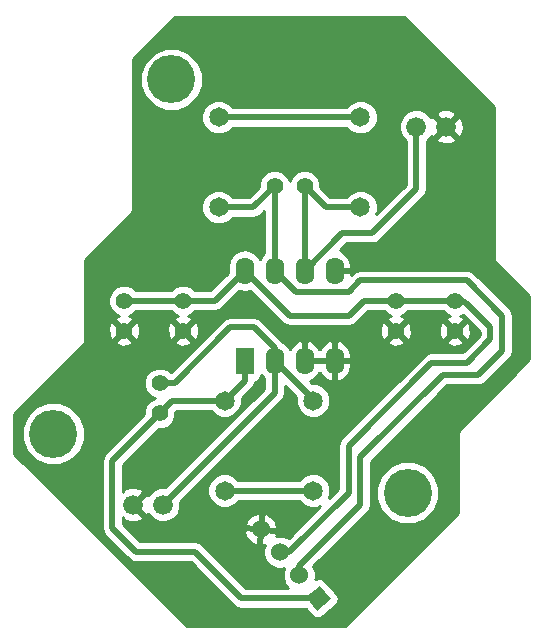
<source format=gtl>
G04 (created by PCBNEW (2013-07-07 BZR 4022)-stable) date 08/01/2014 16:20:29*
%MOIN*%
G04 Gerber Fmt 3.4, Leading zero omitted, Abs format*
%FSLAX34Y34*%
G01*
G70*
G90*
G04 APERTURE LIST*
%ADD10C,0.00393701*%
%ADD11C,0.065*%
%ADD12C,0.06*%
%ADD13C,0.066*%
%ADD14R,0.062X0.09*%
%ADD15O,0.062X0.09*%
%ADD16C,0.055*%
%ADD17C,0.16*%
%ADD18C,0.019685*%
%ADD19C,0.01*%
G04 APERTURE END LIST*
G54D10*
G54D11*
X101181Y-45200D03*
X101181Y-42200D03*
X102755Y-32751D03*
X102755Y-35751D03*
X98031Y-35751D03*
X98031Y-32751D03*
X98228Y-42200D03*
X98228Y-45200D03*
G54D10*
G36*
X101780Y-48823D02*
X101320Y-49209D01*
X100935Y-48749D01*
X101394Y-48364D01*
X101780Y-48823D01*
X101780Y-48823D01*
G37*
G54D12*
X100715Y-48020D03*
X100072Y-47254D03*
X99429Y-46488D03*
G54D13*
X105618Y-33070D03*
X104618Y-33070D03*
X95169Y-45669D03*
X96169Y-45669D03*
G54D14*
X98893Y-40870D03*
G54D15*
X99893Y-40870D03*
X100893Y-40870D03*
X101893Y-40870D03*
X101893Y-37870D03*
X100893Y-37870D03*
X99893Y-37870D03*
X98893Y-37870D03*
G54D16*
X94881Y-38870D03*
X94881Y-39870D03*
X105905Y-39870D03*
X105905Y-38870D03*
X96062Y-41625D03*
X96062Y-42625D03*
X99893Y-35039D03*
X100893Y-35039D03*
X96850Y-38870D03*
X96850Y-39870D03*
X103937Y-38870D03*
X103937Y-39870D03*
G54D17*
X96456Y-31496D03*
X92519Y-43307D03*
X104330Y-45275D03*
G54D18*
X105905Y-38870D02*
X106192Y-38870D01*
X100383Y-47254D02*
X102362Y-45275D01*
X102362Y-45275D02*
X102362Y-43700D01*
X102362Y-43700D02*
X105118Y-40944D01*
X105118Y-40944D02*
X106299Y-40944D01*
X106299Y-40944D02*
X107086Y-40157D01*
X107086Y-40157D02*
X107086Y-39763D01*
X107086Y-39763D02*
X106299Y-38976D01*
X100383Y-47254D02*
X100072Y-47254D01*
X106192Y-38870D02*
X106299Y-38976D01*
X94881Y-38870D02*
X96850Y-38870D01*
X97893Y-38870D02*
X98893Y-37870D01*
X96850Y-38870D02*
X97893Y-38870D01*
X103937Y-38870D02*
X102862Y-38870D01*
X100393Y-39370D02*
X98893Y-37870D01*
X102362Y-39370D02*
X100393Y-39370D01*
X102862Y-38870D02*
X102362Y-39370D01*
X105905Y-38870D02*
X103937Y-38870D01*
X96062Y-41625D02*
X96562Y-41625D01*
X96562Y-41625D02*
X98425Y-39763D01*
X98425Y-39763D02*
X99212Y-39763D01*
X99212Y-39763D02*
X99893Y-40444D01*
X99893Y-40444D02*
X99893Y-40870D01*
X101181Y-42200D02*
X101181Y-42157D01*
X101181Y-42157D02*
X99893Y-40870D01*
X99893Y-40870D02*
X99893Y-41944D01*
X99893Y-41944D02*
X96169Y-45669D01*
X104618Y-33070D02*
X104618Y-35145D01*
X102149Y-36614D02*
X100893Y-37870D01*
X103149Y-36614D02*
X102149Y-36614D01*
X104618Y-35145D02*
X103149Y-36614D01*
X100893Y-35039D02*
X100893Y-37870D01*
X102755Y-35751D02*
X101606Y-35751D01*
X101606Y-35751D02*
X100893Y-35039D01*
X101357Y-48786D02*
X98786Y-48786D01*
X94488Y-44200D02*
X96062Y-42625D01*
X94488Y-46456D02*
X94488Y-44200D01*
X95275Y-47244D02*
X94488Y-46456D01*
X97244Y-47244D02*
X95275Y-47244D01*
X98786Y-48786D02*
X97244Y-47244D01*
X98228Y-42200D02*
X96488Y-42200D01*
X96488Y-42200D02*
X96062Y-42625D01*
X98893Y-40870D02*
X98893Y-41535D01*
X98893Y-41535D02*
X98228Y-42200D01*
X99893Y-35039D02*
X99893Y-37870D01*
X98031Y-35751D02*
X99181Y-35751D01*
X99181Y-35751D02*
X99893Y-35039D01*
X100715Y-48020D02*
X100715Y-47710D01*
X100715Y-47710D02*
X102755Y-45669D01*
X102755Y-45669D02*
X102755Y-44094D01*
X102755Y-44094D02*
X105511Y-41338D01*
X105511Y-41338D02*
X106692Y-41338D01*
X106692Y-41338D02*
X107480Y-40551D01*
X107480Y-40551D02*
X107480Y-39370D01*
X107480Y-39370D02*
X106299Y-38188D01*
X106299Y-38188D02*
X102755Y-38188D01*
X102755Y-38188D02*
X102362Y-38582D01*
X102362Y-38582D02*
X100606Y-38582D01*
X100606Y-38582D02*
X99893Y-37870D01*
X98228Y-45200D02*
X101181Y-45200D01*
X102755Y-32751D02*
X98031Y-32751D01*
G54D10*
G36*
X108381Y-40829D02*
X107828Y-41382D01*
X107828Y-40551D01*
X107828Y-40551D01*
X107828Y-39370D01*
X107802Y-39236D01*
X107726Y-39123D01*
X107726Y-39123D01*
X106545Y-37942D01*
X106432Y-37867D01*
X106410Y-37862D01*
X106299Y-37840D01*
X106299Y-37840D01*
X106202Y-37840D01*
X106202Y-33159D01*
X106192Y-32929D01*
X106124Y-32764D01*
X106025Y-32733D01*
X105955Y-32804D01*
X105955Y-32663D01*
X105924Y-32564D01*
X105707Y-32486D01*
X105476Y-32496D01*
X105312Y-32564D01*
X105281Y-32663D01*
X105618Y-33000D01*
X105955Y-32663D01*
X105955Y-32804D01*
X105688Y-33070D01*
X106025Y-33407D01*
X106124Y-33376D01*
X106202Y-33159D01*
X106202Y-37840D01*
X105955Y-37840D01*
X105955Y-33478D01*
X105618Y-33141D01*
X105281Y-33478D01*
X105312Y-33576D01*
X105529Y-33655D01*
X105759Y-33645D01*
X105924Y-33576D01*
X105955Y-33478D01*
X105955Y-37840D01*
X102755Y-37840D01*
X102622Y-37867D01*
X102509Y-37942D01*
X102509Y-37942D01*
X102453Y-37998D01*
X102453Y-37920D01*
X101943Y-37920D01*
X101943Y-37927D01*
X101843Y-37927D01*
X101843Y-37920D01*
X101835Y-37920D01*
X101835Y-37820D01*
X101843Y-37820D01*
X101843Y-37812D01*
X101943Y-37812D01*
X101943Y-37820D01*
X102453Y-37820D01*
X102453Y-37680D01*
X102391Y-37469D01*
X102254Y-37298D01*
X102062Y-37193D01*
X102293Y-36962D01*
X103149Y-36962D01*
X103149Y-36962D01*
X103149Y-36962D01*
X103260Y-36940D01*
X103282Y-36936D01*
X103282Y-36936D01*
X103395Y-36860D01*
X104864Y-35392D01*
X104864Y-35392D01*
X104864Y-35392D01*
X104940Y-35279D01*
X104966Y-35145D01*
X104966Y-33542D01*
X105109Y-33399D01*
X105118Y-33378D01*
X105210Y-33407D01*
X105547Y-33070D01*
X105210Y-32733D01*
X105118Y-32762D01*
X105110Y-32742D01*
X104947Y-32579D01*
X104733Y-32490D01*
X104503Y-32490D01*
X104289Y-32578D01*
X104126Y-32741D01*
X104038Y-32954D01*
X104038Y-33185D01*
X104126Y-33398D01*
X104269Y-33542D01*
X104269Y-35001D01*
X103278Y-35992D01*
X103330Y-35866D01*
X103331Y-35638D01*
X103331Y-32638D01*
X103243Y-32426D01*
X103082Y-32264D01*
X102870Y-32177D01*
X102642Y-32176D01*
X102430Y-32264D01*
X102291Y-32403D01*
X98496Y-32403D01*
X98357Y-32264D01*
X98146Y-32177D01*
X97917Y-32176D01*
X97706Y-32264D01*
X97544Y-32425D01*
X97506Y-32516D01*
X97506Y-31288D01*
X97347Y-30902D01*
X97052Y-30606D01*
X96666Y-30446D01*
X96248Y-30445D01*
X95862Y-30605D01*
X95567Y-30900D01*
X95406Y-31286D01*
X95406Y-31704D01*
X95566Y-32090D01*
X95861Y-32385D01*
X96246Y-32545D01*
X96664Y-32546D01*
X97050Y-32386D01*
X97346Y-32091D01*
X97506Y-31705D01*
X97506Y-31288D01*
X97506Y-32516D01*
X97456Y-32637D01*
X97456Y-32865D01*
X97543Y-33077D01*
X97705Y-33239D01*
X97916Y-33326D01*
X98145Y-33327D01*
X98356Y-33239D01*
X98496Y-33100D01*
X102291Y-33100D01*
X102429Y-33239D01*
X102641Y-33326D01*
X102869Y-33327D01*
X103081Y-33239D01*
X103243Y-33078D01*
X103330Y-32866D01*
X103331Y-32638D01*
X103331Y-35638D01*
X103243Y-35426D01*
X103082Y-35264D01*
X102870Y-35177D01*
X102642Y-35176D01*
X102430Y-35264D01*
X102291Y-35403D01*
X101750Y-35403D01*
X101418Y-35071D01*
X101418Y-34935D01*
X101339Y-34742D01*
X101191Y-34594D01*
X100998Y-34514D01*
X100789Y-34514D01*
X100596Y-34594D01*
X100448Y-34741D01*
X100393Y-34874D01*
X100339Y-34742D01*
X100191Y-34594D01*
X99998Y-34514D01*
X99789Y-34514D01*
X99596Y-34594D01*
X99448Y-34741D01*
X99368Y-34934D01*
X99368Y-35071D01*
X99036Y-35403D01*
X98496Y-35403D01*
X98357Y-35264D01*
X98146Y-35177D01*
X97917Y-35176D01*
X97706Y-35264D01*
X97544Y-35425D01*
X97456Y-35637D01*
X97456Y-35865D01*
X97543Y-36077D01*
X97705Y-36239D01*
X97916Y-36326D01*
X98145Y-36327D01*
X98356Y-36239D01*
X98496Y-36100D01*
X99181Y-36100D01*
X99181Y-36100D01*
X99181Y-36100D01*
X99292Y-36078D01*
X99314Y-36073D01*
X99314Y-36073D01*
X99427Y-35998D01*
X99545Y-35880D01*
X99545Y-37288D01*
X99497Y-37320D01*
X99393Y-37476D01*
X99289Y-37320D01*
X99108Y-37198D01*
X98893Y-37156D01*
X98679Y-37198D01*
X98497Y-37320D01*
X98376Y-37502D01*
X98333Y-37716D01*
X98333Y-37937D01*
X97749Y-38521D01*
X97244Y-38521D01*
X97148Y-38425D01*
X96955Y-38345D01*
X96746Y-38344D01*
X96553Y-38424D01*
X96456Y-38521D01*
X95275Y-38521D01*
X95179Y-38425D01*
X94986Y-38345D01*
X94777Y-38344D01*
X94584Y-38424D01*
X94437Y-38572D01*
X94356Y-38765D01*
X94356Y-38974D01*
X94436Y-39167D01*
X94584Y-39314D01*
X94710Y-39367D01*
X94609Y-39409D01*
X94584Y-39502D01*
X94881Y-39799D01*
X95178Y-39502D01*
X95154Y-39409D01*
X95044Y-39370D01*
X95178Y-39315D01*
X95275Y-39218D01*
X96456Y-39218D01*
X96552Y-39314D01*
X96679Y-39367D01*
X96577Y-39409D01*
X96553Y-39502D01*
X96850Y-39799D01*
X97147Y-39502D01*
X97123Y-39409D01*
X97013Y-39370D01*
X97147Y-39315D01*
X97244Y-39218D01*
X97893Y-39218D01*
X97893Y-39218D01*
X97893Y-39218D01*
X98004Y-39196D01*
X98027Y-39191D01*
X98027Y-39191D01*
X98140Y-39116D01*
X98709Y-38547D01*
X98893Y-38583D01*
X99078Y-38547D01*
X100147Y-39616D01*
X100147Y-39616D01*
X100260Y-39691D01*
X100393Y-39718D01*
X102362Y-39718D01*
X102362Y-39718D01*
X102362Y-39718D01*
X102473Y-39696D01*
X102495Y-39691D01*
X102495Y-39691D01*
X102608Y-39616D01*
X103006Y-39218D01*
X103543Y-39218D01*
X103639Y-39314D01*
X103765Y-39367D01*
X103664Y-39409D01*
X103639Y-39502D01*
X103937Y-39799D01*
X104234Y-39502D01*
X104209Y-39409D01*
X104099Y-39370D01*
X104234Y-39315D01*
X104331Y-39218D01*
X105511Y-39218D01*
X105607Y-39314D01*
X105734Y-39367D01*
X105632Y-39409D01*
X105608Y-39502D01*
X105905Y-39799D01*
X106202Y-39502D01*
X106178Y-39409D01*
X106068Y-39370D01*
X106162Y-39332D01*
X106738Y-39908D01*
X106738Y-40013D01*
X106435Y-40315D01*
X106435Y-39945D01*
X106424Y-39737D01*
X106366Y-39597D01*
X106273Y-39572D01*
X105976Y-39870D01*
X106273Y-40167D01*
X106366Y-40142D01*
X106435Y-39945D01*
X106435Y-40315D01*
X106202Y-40548D01*
X106202Y-40237D01*
X105905Y-39940D01*
X105834Y-40011D01*
X105834Y-39870D01*
X105537Y-39572D01*
X105444Y-39597D01*
X105375Y-39794D01*
X105386Y-40002D01*
X105444Y-40142D01*
X105537Y-40167D01*
X105834Y-39870D01*
X105834Y-40011D01*
X105608Y-40237D01*
X105632Y-40330D01*
X105829Y-40399D01*
X106038Y-40388D01*
X106178Y-40330D01*
X106202Y-40237D01*
X106202Y-40548D01*
X106154Y-40596D01*
X105118Y-40596D01*
X105118Y-40596D01*
X104984Y-40622D01*
X104871Y-40698D01*
X104871Y-40698D01*
X104466Y-41103D01*
X104466Y-39945D01*
X104455Y-39737D01*
X104397Y-39597D01*
X104304Y-39572D01*
X104007Y-39870D01*
X104304Y-40167D01*
X104397Y-40142D01*
X104466Y-39945D01*
X104466Y-41103D01*
X104234Y-41336D01*
X104234Y-40237D01*
X103937Y-39940D01*
X103866Y-40011D01*
X103866Y-39870D01*
X103569Y-39572D01*
X103476Y-39597D01*
X103407Y-39794D01*
X103418Y-40002D01*
X103476Y-40142D01*
X103569Y-40167D01*
X103866Y-39870D01*
X103866Y-40011D01*
X103639Y-40237D01*
X103664Y-40330D01*
X103861Y-40399D01*
X104069Y-40388D01*
X104209Y-40330D01*
X104234Y-40237D01*
X104234Y-41336D01*
X102453Y-43116D01*
X102453Y-41060D01*
X102453Y-40920D01*
X102453Y-40820D01*
X102453Y-40680D01*
X102391Y-40469D01*
X102254Y-40298D01*
X102061Y-40193D01*
X102030Y-40187D01*
X101943Y-40235D01*
X101943Y-40820D01*
X102453Y-40820D01*
X102453Y-40920D01*
X101943Y-40920D01*
X101943Y-41505D01*
X102030Y-41553D01*
X102061Y-41546D01*
X102254Y-41441D01*
X102391Y-41270D01*
X102453Y-41060D01*
X102453Y-43116D01*
X102115Y-43454D01*
X102040Y-43567D01*
X102035Y-43589D01*
X102013Y-43700D01*
X102013Y-43700D01*
X102013Y-45131D01*
X101703Y-45441D01*
X101756Y-45315D01*
X101756Y-45086D01*
X101668Y-44875D01*
X101507Y-44713D01*
X101295Y-44625D01*
X101067Y-44625D01*
X100855Y-44713D01*
X100716Y-44852D01*
X98692Y-44852D01*
X98554Y-44713D01*
X98343Y-44625D01*
X98114Y-44625D01*
X97903Y-44713D01*
X97741Y-44874D01*
X97653Y-45085D01*
X97653Y-45314D01*
X97740Y-45526D01*
X97902Y-45687D01*
X98113Y-45775D01*
X98342Y-45775D01*
X98553Y-45688D01*
X98693Y-45549D01*
X100716Y-45549D01*
X100854Y-45687D01*
X101066Y-45775D01*
X101294Y-45775D01*
X101421Y-45723D01*
X100364Y-46780D01*
X100182Y-46704D01*
X99983Y-46704D01*
X99983Y-46399D01*
X99907Y-46194D01*
X99758Y-46034D01*
X99613Y-45958D01*
X99522Y-45999D01*
X99483Y-46443D01*
X99927Y-46482D01*
X99983Y-46399D01*
X99983Y-46704D01*
X99963Y-46704D01*
X99936Y-46715D01*
X99959Y-46672D01*
X99919Y-46581D01*
X99562Y-46550D01*
X99505Y-46494D01*
X99435Y-46565D01*
X99469Y-46599D01*
X99436Y-46986D01*
X99518Y-47042D01*
X99573Y-47021D01*
X99522Y-47144D01*
X99522Y-47363D01*
X99605Y-47565D01*
X99760Y-47720D01*
X99962Y-47804D01*
X100181Y-47804D01*
X100215Y-47790D01*
X100165Y-47910D01*
X100164Y-48129D01*
X100248Y-48331D01*
X100354Y-48438D01*
X99422Y-48438D01*
X99422Y-45990D01*
X99340Y-45935D01*
X99135Y-46011D01*
X98975Y-46160D01*
X98899Y-46305D01*
X98940Y-46395D01*
X99384Y-46434D01*
X99422Y-45990D01*
X99422Y-48438D01*
X99375Y-48438D01*
X99375Y-46534D01*
X98931Y-46495D01*
X98875Y-46577D01*
X98951Y-46782D01*
X99100Y-46943D01*
X99245Y-47018D01*
X99336Y-46978D01*
X99375Y-46534D01*
X99375Y-48438D01*
X98931Y-48438D01*
X97490Y-46997D01*
X97377Y-46922D01*
X97355Y-46917D01*
X97244Y-46895D01*
X97244Y-46895D01*
X95419Y-46895D01*
X94836Y-46312D01*
X94836Y-46090D01*
X94863Y-46175D01*
X95080Y-46253D01*
X95310Y-46243D01*
X95475Y-46175D01*
X95506Y-46076D01*
X95169Y-45740D01*
X95163Y-45745D01*
X95093Y-45674D01*
X95098Y-45669D01*
X95093Y-45663D01*
X95163Y-45593D01*
X95169Y-45598D01*
X95506Y-45261D01*
X95475Y-45163D01*
X95258Y-45084D01*
X95027Y-45095D01*
X94863Y-45163D01*
X94836Y-45248D01*
X94836Y-44345D01*
X96030Y-43150D01*
X96166Y-43151D01*
X96359Y-43071D01*
X96507Y-42923D01*
X96587Y-42730D01*
X96588Y-42593D01*
X96632Y-42549D01*
X97763Y-42549D01*
X97902Y-42687D01*
X98113Y-42775D01*
X98342Y-42775D01*
X98553Y-42688D01*
X98715Y-42526D01*
X98803Y-42315D01*
X98803Y-42118D01*
X99140Y-41781D01*
X99140Y-41781D01*
X99140Y-41781D01*
X99215Y-41668D01*
X99235Y-41570D01*
X99253Y-41570D01*
X99345Y-41532D01*
X99415Y-41461D01*
X99453Y-41370D01*
X99453Y-41353D01*
X99497Y-41419D01*
X99545Y-41451D01*
X99545Y-41800D01*
X96256Y-45089D01*
X96054Y-45089D01*
X95841Y-45177D01*
X95677Y-45340D01*
X95669Y-45361D01*
X95576Y-45332D01*
X95240Y-45669D01*
X95576Y-46006D01*
X95668Y-45977D01*
X95677Y-45997D01*
X95840Y-46160D01*
X96053Y-46249D01*
X96284Y-46249D01*
X96497Y-46161D01*
X96660Y-45998D01*
X96749Y-45785D01*
X96749Y-45581D01*
X100140Y-42191D01*
X100140Y-42191D01*
X100140Y-42191D01*
X100215Y-42078D01*
X100242Y-41944D01*
X100242Y-41711D01*
X100609Y-42078D01*
X100606Y-42085D01*
X100606Y-42314D01*
X100693Y-42526D01*
X100854Y-42687D01*
X101066Y-42775D01*
X101294Y-42775D01*
X101506Y-42688D01*
X101668Y-42526D01*
X101756Y-42315D01*
X101756Y-42086D01*
X101668Y-41875D01*
X101507Y-41713D01*
X101295Y-41625D01*
X101142Y-41625D01*
X101062Y-41546D01*
X101254Y-41441D01*
X101391Y-41270D01*
X101393Y-41264D01*
X101395Y-41270D01*
X101533Y-41441D01*
X101725Y-41546D01*
X101757Y-41553D01*
X101843Y-41505D01*
X101843Y-40920D01*
X101843Y-40820D01*
X101843Y-40235D01*
X101757Y-40187D01*
X101725Y-40193D01*
X101533Y-40298D01*
X101395Y-40469D01*
X101393Y-40475D01*
X101391Y-40469D01*
X101254Y-40298D01*
X101061Y-40193D01*
X101030Y-40187D01*
X100943Y-40235D01*
X100943Y-40820D01*
X101333Y-40820D01*
X101453Y-40820D01*
X101843Y-40820D01*
X101843Y-40920D01*
X101453Y-40920D01*
X101333Y-40920D01*
X100943Y-40920D01*
X100943Y-40927D01*
X100843Y-40927D01*
X100843Y-40920D01*
X100835Y-40920D01*
X100835Y-40820D01*
X100843Y-40820D01*
X100843Y-40235D01*
X100757Y-40187D01*
X100725Y-40193D01*
X100533Y-40298D01*
X100395Y-40469D01*
X100393Y-40475D01*
X100289Y-40320D01*
X100166Y-40238D01*
X100166Y-40238D01*
X100140Y-40198D01*
X100140Y-40198D01*
X99458Y-39517D01*
X99345Y-39441D01*
X99323Y-39437D01*
X99212Y-39415D01*
X99212Y-39415D01*
X98425Y-39415D01*
X98425Y-39415D01*
X98291Y-39441D01*
X98178Y-39517D01*
X98178Y-39517D01*
X97380Y-40315D01*
X97380Y-39945D01*
X97368Y-39737D01*
X97310Y-39597D01*
X97218Y-39572D01*
X96921Y-39870D01*
X97218Y-40167D01*
X97310Y-40142D01*
X97380Y-39945D01*
X97380Y-40315D01*
X97147Y-40548D01*
X97147Y-40237D01*
X96850Y-39940D01*
X96779Y-40011D01*
X96779Y-39870D01*
X96482Y-39572D01*
X96389Y-39597D01*
X96320Y-39794D01*
X96331Y-40002D01*
X96389Y-40142D01*
X96482Y-40167D01*
X96779Y-39870D01*
X96779Y-40011D01*
X96553Y-40237D01*
X96577Y-40330D01*
X96774Y-40399D01*
X96983Y-40388D01*
X97123Y-40330D01*
X97147Y-40237D01*
X97147Y-40548D01*
X96437Y-41258D01*
X96360Y-41181D01*
X96167Y-41101D01*
X95959Y-41100D01*
X95765Y-41180D01*
X95618Y-41328D01*
X95538Y-41521D01*
X95537Y-41729D01*
X95617Y-41922D01*
X95765Y-42070D01*
X95898Y-42126D01*
X95765Y-42180D01*
X95618Y-42328D01*
X95538Y-42521D01*
X95537Y-42658D01*
X95411Y-42784D01*
X95411Y-39945D01*
X95400Y-39737D01*
X95342Y-39597D01*
X95249Y-39572D01*
X94952Y-39870D01*
X95249Y-40167D01*
X95342Y-40142D01*
X95411Y-39945D01*
X95411Y-42784D01*
X95178Y-43017D01*
X95178Y-40237D01*
X94881Y-39940D01*
X94811Y-40011D01*
X94811Y-39870D01*
X94514Y-39572D01*
X94421Y-39597D01*
X94351Y-39794D01*
X94363Y-40002D01*
X94421Y-40142D01*
X94514Y-40167D01*
X94811Y-39870D01*
X94811Y-40011D01*
X94584Y-40237D01*
X94609Y-40330D01*
X94806Y-40399D01*
X95014Y-40388D01*
X95154Y-40330D01*
X95178Y-40237D01*
X95178Y-43017D01*
X94241Y-43954D01*
X94166Y-44067D01*
X94161Y-44089D01*
X94139Y-44200D01*
X94139Y-44200D01*
X94139Y-46456D01*
X94139Y-46456D01*
X94161Y-46567D01*
X94166Y-46590D01*
X94241Y-46703D01*
X95029Y-47490D01*
X95029Y-47490D01*
X95142Y-47565D01*
X95275Y-47592D01*
X95275Y-47592D01*
X95275Y-47592D01*
X97099Y-47592D01*
X98540Y-49033D01*
X98540Y-49033D01*
X98653Y-49108D01*
X98786Y-49135D01*
X98786Y-49135D01*
X98786Y-49135D01*
X100932Y-49135D01*
X101161Y-49408D01*
X101249Y-49454D01*
X101348Y-49462D01*
X101443Y-49433D01*
X101519Y-49369D01*
X101979Y-48983D01*
X102025Y-48895D01*
X102033Y-48796D01*
X102004Y-48701D01*
X101940Y-48625D01*
X101554Y-48165D01*
X101466Y-48119D01*
X101367Y-48110D01*
X101272Y-48140D01*
X101254Y-48155D01*
X101264Y-48130D01*
X101265Y-47911D01*
X101189Y-47728D01*
X103002Y-45915D01*
X103002Y-45915D01*
X103002Y-45915D01*
X103077Y-45802D01*
X103104Y-45669D01*
X103104Y-45669D01*
X103104Y-45669D01*
X103104Y-44238D01*
X105656Y-41687D01*
X106692Y-41687D01*
X106692Y-41687D01*
X106692Y-41687D01*
X106804Y-41664D01*
X106826Y-41660D01*
X106826Y-41660D01*
X106939Y-41584D01*
X107726Y-40797D01*
X107726Y-40797D01*
X107726Y-40797D01*
X107802Y-40684D01*
X107828Y-40551D01*
X107828Y-40551D01*
X107828Y-41382D01*
X106101Y-43109D01*
X106040Y-43200D01*
X106019Y-43307D01*
X106019Y-45947D01*
X105380Y-46586D01*
X105380Y-45067D01*
X105221Y-44681D01*
X104926Y-44385D01*
X104540Y-44225D01*
X104122Y-44225D01*
X103736Y-44384D01*
X103441Y-44680D01*
X103280Y-45065D01*
X103280Y-45483D01*
X103440Y-45869D01*
X103735Y-46165D01*
X104120Y-46325D01*
X104538Y-46325D01*
X104924Y-46166D01*
X105220Y-45871D01*
X105380Y-45485D01*
X105380Y-45067D01*
X105380Y-46586D01*
X102246Y-49720D01*
X96966Y-49720D01*
X93569Y-46324D01*
X93569Y-43099D01*
X93410Y-42713D01*
X93115Y-42417D01*
X92729Y-42257D01*
X92311Y-42256D01*
X91925Y-42416D01*
X91630Y-42711D01*
X91469Y-43097D01*
X91469Y-43515D01*
X91629Y-43901D01*
X91924Y-44196D01*
X92309Y-44356D01*
X92727Y-44357D01*
X93113Y-44197D01*
X93409Y-43902D01*
X93569Y-43516D01*
X93569Y-43099D01*
X93569Y-46324D01*
X91224Y-43978D01*
X91224Y-42635D01*
X93504Y-40355D01*
X93565Y-40264D01*
X93586Y-40157D01*
X93586Y-37517D01*
X95079Y-36024D01*
X95140Y-35933D01*
X95161Y-35826D01*
X95161Y-30824D01*
X96572Y-29413D01*
X104214Y-29413D01*
X107200Y-32399D01*
X107200Y-37401D01*
X107222Y-37508D01*
X107282Y-37599D01*
X108381Y-38698D01*
X108381Y-40829D01*
X108381Y-40829D01*
G37*
G54D19*
X108381Y-40829D02*
X107828Y-41382D01*
X107828Y-40551D01*
X107828Y-40551D01*
X107828Y-39370D01*
X107802Y-39236D01*
X107726Y-39123D01*
X107726Y-39123D01*
X106545Y-37942D01*
X106432Y-37867D01*
X106410Y-37862D01*
X106299Y-37840D01*
X106299Y-37840D01*
X106202Y-37840D01*
X106202Y-33159D01*
X106192Y-32929D01*
X106124Y-32764D01*
X106025Y-32733D01*
X105955Y-32804D01*
X105955Y-32663D01*
X105924Y-32564D01*
X105707Y-32486D01*
X105476Y-32496D01*
X105312Y-32564D01*
X105281Y-32663D01*
X105618Y-33000D01*
X105955Y-32663D01*
X105955Y-32804D01*
X105688Y-33070D01*
X106025Y-33407D01*
X106124Y-33376D01*
X106202Y-33159D01*
X106202Y-37840D01*
X105955Y-37840D01*
X105955Y-33478D01*
X105618Y-33141D01*
X105281Y-33478D01*
X105312Y-33576D01*
X105529Y-33655D01*
X105759Y-33645D01*
X105924Y-33576D01*
X105955Y-33478D01*
X105955Y-37840D01*
X102755Y-37840D01*
X102622Y-37867D01*
X102509Y-37942D01*
X102509Y-37942D01*
X102453Y-37998D01*
X102453Y-37920D01*
X101943Y-37920D01*
X101943Y-37927D01*
X101843Y-37927D01*
X101843Y-37920D01*
X101835Y-37920D01*
X101835Y-37820D01*
X101843Y-37820D01*
X101843Y-37812D01*
X101943Y-37812D01*
X101943Y-37820D01*
X102453Y-37820D01*
X102453Y-37680D01*
X102391Y-37469D01*
X102254Y-37298D01*
X102062Y-37193D01*
X102293Y-36962D01*
X103149Y-36962D01*
X103149Y-36962D01*
X103149Y-36962D01*
X103260Y-36940D01*
X103282Y-36936D01*
X103282Y-36936D01*
X103395Y-36860D01*
X104864Y-35392D01*
X104864Y-35392D01*
X104864Y-35392D01*
X104940Y-35279D01*
X104966Y-35145D01*
X104966Y-33542D01*
X105109Y-33399D01*
X105118Y-33378D01*
X105210Y-33407D01*
X105547Y-33070D01*
X105210Y-32733D01*
X105118Y-32762D01*
X105110Y-32742D01*
X104947Y-32579D01*
X104733Y-32490D01*
X104503Y-32490D01*
X104289Y-32578D01*
X104126Y-32741D01*
X104038Y-32954D01*
X104038Y-33185D01*
X104126Y-33398D01*
X104269Y-33542D01*
X104269Y-35001D01*
X103278Y-35992D01*
X103330Y-35866D01*
X103331Y-35638D01*
X103331Y-32638D01*
X103243Y-32426D01*
X103082Y-32264D01*
X102870Y-32177D01*
X102642Y-32176D01*
X102430Y-32264D01*
X102291Y-32403D01*
X98496Y-32403D01*
X98357Y-32264D01*
X98146Y-32177D01*
X97917Y-32176D01*
X97706Y-32264D01*
X97544Y-32425D01*
X97506Y-32516D01*
X97506Y-31288D01*
X97347Y-30902D01*
X97052Y-30606D01*
X96666Y-30446D01*
X96248Y-30445D01*
X95862Y-30605D01*
X95567Y-30900D01*
X95406Y-31286D01*
X95406Y-31704D01*
X95566Y-32090D01*
X95861Y-32385D01*
X96246Y-32545D01*
X96664Y-32546D01*
X97050Y-32386D01*
X97346Y-32091D01*
X97506Y-31705D01*
X97506Y-31288D01*
X97506Y-32516D01*
X97456Y-32637D01*
X97456Y-32865D01*
X97543Y-33077D01*
X97705Y-33239D01*
X97916Y-33326D01*
X98145Y-33327D01*
X98356Y-33239D01*
X98496Y-33100D01*
X102291Y-33100D01*
X102429Y-33239D01*
X102641Y-33326D01*
X102869Y-33327D01*
X103081Y-33239D01*
X103243Y-33078D01*
X103330Y-32866D01*
X103331Y-32638D01*
X103331Y-35638D01*
X103243Y-35426D01*
X103082Y-35264D01*
X102870Y-35177D01*
X102642Y-35176D01*
X102430Y-35264D01*
X102291Y-35403D01*
X101750Y-35403D01*
X101418Y-35071D01*
X101418Y-34935D01*
X101339Y-34742D01*
X101191Y-34594D01*
X100998Y-34514D01*
X100789Y-34514D01*
X100596Y-34594D01*
X100448Y-34741D01*
X100393Y-34874D01*
X100339Y-34742D01*
X100191Y-34594D01*
X99998Y-34514D01*
X99789Y-34514D01*
X99596Y-34594D01*
X99448Y-34741D01*
X99368Y-34934D01*
X99368Y-35071D01*
X99036Y-35403D01*
X98496Y-35403D01*
X98357Y-35264D01*
X98146Y-35177D01*
X97917Y-35176D01*
X97706Y-35264D01*
X97544Y-35425D01*
X97456Y-35637D01*
X97456Y-35865D01*
X97543Y-36077D01*
X97705Y-36239D01*
X97916Y-36326D01*
X98145Y-36327D01*
X98356Y-36239D01*
X98496Y-36100D01*
X99181Y-36100D01*
X99181Y-36100D01*
X99181Y-36100D01*
X99292Y-36078D01*
X99314Y-36073D01*
X99314Y-36073D01*
X99427Y-35998D01*
X99545Y-35880D01*
X99545Y-37288D01*
X99497Y-37320D01*
X99393Y-37476D01*
X99289Y-37320D01*
X99108Y-37198D01*
X98893Y-37156D01*
X98679Y-37198D01*
X98497Y-37320D01*
X98376Y-37502D01*
X98333Y-37716D01*
X98333Y-37937D01*
X97749Y-38521D01*
X97244Y-38521D01*
X97148Y-38425D01*
X96955Y-38345D01*
X96746Y-38344D01*
X96553Y-38424D01*
X96456Y-38521D01*
X95275Y-38521D01*
X95179Y-38425D01*
X94986Y-38345D01*
X94777Y-38344D01*
X94584Y-38424D01*
X94437Y-38572D01*
X94356Y-38765D01*
X94356Y-38974D01*
X94436Y-39167D01*
X94584Y-39314D01*
X94710Y-39367D01*
X94609Y-39409D01*
X94584Y-39502D01*
X94881Y-39799D01*
X95178Y-39502D01*
X95154Y-39409D01*
X95044Y-39370D01*
X95178Y-39315D01*
X95275Y-39218D01*
X96456Y-39218D01*
X96552Y-39314D01*
X96679Y-39367D01*
X96577Y-39409D01*
X96553Y-39502D01*
X96850Y-39799D01*
X97147Y-39502D01*
X97123Y-39409D01*
X97013Y-39370D01*
X97147Y-39315D01*
X97244Y-39218D01*
X97893Y-39218D01*
X97893Y-39218D01*
X97893Y-39218D01*
X98004Y-39196D01*
X98027Y-39191D01*
X98027Y-39191D01*
X98140Y-39116D01*
X98709Y-38547D01*
X98893Y-38583D01*
X99078Y-38547D01*
X100147Y-39616D01*
X100147Y-39616D01*
X100260Y-39691D01*
X100393Y-39718D01*
X102362Y-39718D01*
X102362Y-39718D01*
X102362Y-39718D01*
X102473Y-39696D01*
X102495Y-39691D01*
X102495Y-39691D01*
X102608Y-39616D01*
X103006Y-39218D01*
X103543Y-39218D01*
X103639Y-39314D01*
X103765Y-39367D01*
X103664Y-39409D01*
X103639Y-39502D01*
X103937Y-39799D01*
X104234Y-39502D01*
X104209Y-39409D01*
X104099Y-39370D01*
X104234Y-39315D01*
X104331Y-39218D01*
X105511Y-39218D01*
X105607Y-39314D01*
X105734Y-39367D01*
X105632Y-39409D01*
X105608Y-39502D01*
X105905Y-39799D01*
X106202Y-39502D01*
X106178Y-39409D01*
X106068Y-39370D01*
X106162Y-39332D01*
X106738Y-39908D01*
X106738Y-40013D01*
X106435Y-40315D01*
X106435Y-39945D01*
X106424Y-39737D01*
X106366Y-39597D01*
X106273Y-39572D01*
X105976Y-39870D01*
X106273Y-40167D01*
X106366Y-40142D01*
X106435Y-39945D01*
X106435Y-40315D01*
X106202Y-40548D01*
X106202Y-40237D01*
X105905Y-39940D01*
X105834Y-40011D01*
X105834Y-39870D01*
X105537Y-39572D01*
X105444Y-39597D01*
X105375Y-39794D01*
X105386Y-40002D01*
X105444Y-40142D01*
X105537Y-40167D01*
X105834Y-39870D01*
X105834Y-40011D01*
X105608Y-40237D01*
X105632Y-40330D01*
X105829Y-40399D01*
X106038Y-40388D01*
X106178Y-40330D01*
X106202Y-40237D01*
X106202Y-40548D01*
X106154Y-40596D01*
X105118Y-40596D01*
X105118Y-40596D01*
X104984Y-40622D01*
X104871Y-40698D01*
X104871Y-40698D01*
X104466Y-41103D01*
X104466Y-39945D01*
X104455Y-39737D01*
X104397Y-39597D01*
X104304Y-39572D01*
X104007Y-39870D01*
X104304Y-40167D01*
X104397Y-40142D01*
X104466Y-39945D01*
X104466Y-41103D01*
X104234Y-41336D01*
X104234Y-40237D01*
X103937Y-39940D01*
X103866Y-40011D01*
X103866Y-39870D01*
X103569Y-39572D01*
X103476Y-39597D01*
X103407Y-39794D01*
X103418Y-40002D01*
X103476Y-40142D01*
X103569Y-40167D01*
X103866Y-39870D01*
X103866Y-40011D01*
X103639Y-40237D01*
X103664Y-40330D01*
X103861Y-40399D01*
X104069Y-40388D01*
X104209Y-40330D01*
X104234Y-40237D01*
X104234Y-41336D01*
X102453Y-43116D01*
X102453Y-41060D01*
X102453Y-40920D01*
X102453Y-40820D01*
X102453Y-40680D01*
X102391Y-40469D01*
X102254Y-40298D01*
X102061Y-40193D01*
X102030Y-40187D01*
X101943Y-40235D01*
X101943Y-40820D01*
X102453Y-40820D01*
X102453Y-40920D01*
X101943Y-40920D01*
X101943Y-41505D01*
X102030Y-41553D01*
X102061Y-41546D01*
X102254Y-41441D01*
X102391Y-41270D01*
X102453Y-41060D01*
X102453Y-43116D01*
X102115Y-43454D01*
X102040Y-43567D01*
X102035Y-43589D01*
X102013Y-43700D01*
X102013Y-43700D01*
X102013Y-45131D01*
X101703Y-45441D01*
X101756Y-45315D01*
X101756Y-45086D01*
X101668Y-44875D01*
X101507Y-44713D01*
X101295Y-44625D01*
X101067Y-44625D01*
X100855Y-44713D01*
X100716Y-44852D01*
X98692Y-44852D01*
X98554Y-44713D01*
X98343Y-44625D01*
X98114Y-44625D01*
X97903Y-44713D01*
X97741Y-44874D01*
X97653Y-45085D01*
X97653Y-45314D01*
X97740Y-45526D01*
X97902Y-45687D01*
X98113Y-45775D01*
X98342Y-45775D01*
X98553Y-45688D01*
X98693Y-45549D01*
X100716Y-45549D01*
X100854Y-45687D01*
X101066Y-45775D01*
X101294Y-45775D01*
X101421Y-45723D01*
X100364Y-46780D01*
X100182Y-46704D01*
X99983Y-46704D01*
X99983Y-46399D01*
X99907Y-46194D01*
X99758Y-46034D01*
X99613Y-45958D01*
X99522Y-45999D01*
X99483Y-46443D01*
X99927Y-46482D01*
X99983Y-46399D01*
X99983Y-46704D01*
X99963Y-46704D01*
X99936Y-46715D01*
X99959Y-46672D01*
X99919Y-46581D01*
X99562Y-46550D01*
X99505Y-46494D01*
X99435Y-46565D01*
X99469Y-46599D01*
X99436Y-46986D01*
X99518Y-47042D01*
X99573Y-47021D01*
X99522Y-47144D01*
X99522Y-47363D01*
X99605Y-47565D01*
X99760Y-47720D01*
X99962Y-47804D01*
X100181Y-47804D01*
X100215Y-47790D01*
X100165Y-47910D01*
X100164Y-48129D01*
X100248Y-48331D01*
X100354Y-48438D01*
X99422Y-48438D01*
X99422Y-45990D01*
X99340Y-45935D01*
X99135Y-46011D01*
X98975Y-46160D01*
X98899Y-46305D01*
X98940Y-46395D01*
X99384Y-46434D01*
X99422Y-45990D01*
X99422Y-48438D01*
X99375Y-48438D01*
X99375Y-46534D01*
X98931Y-46495D01*
X98875Y-46577D01*
X98951Y-46782D01*
X99100Y-46943D01*
X99245Y-47018D01*
X99336Y-46978D01*
X99375Y-46534D01*
X99375Y-48438D01*
X98931Y-48438D01*
X97490Y-46997D01*
X97377Y-46922D01*
X97355Y-46917D01*
X97244Y-46895D01*
X97244Y-46895D01*
X95419Y-46895D01*
X94836Y-46312D01*
X94836Y-46090D01*
X94863Y-46175D01*
X95080Y-46253D01*
X95310Y-46243D01*
X95475Y-46175D01*
X95506Y-46076D01*
X95169Y-45740D01*
X95163Y-45745D01*
X95093Y-45674D01*
X95098Y-45669D01*
X95093Y-45663D01*
X95163Y-45593D01*
X95169Y-45598D01*
X95506Y-45261D01*
X95475Y-45163D01*
X95258Y-45084D01*
X95027Y-45095D01*
X94863Y-45163D01*
X94836Y-45248D01*
X94836Y-44345D01*
X96030Y-43150D01*
X96166Y-43151D01*
X96359Y-43071D01*
X96507Y-42923D01*
X96587Y-42730D01*
X96588Y-42593D01*
X96632Y-42549D01*
X97763Y-42549D01*
X97902Y-42687D01*
X98113Y-42775D01*
X98342Y-42775D01*
X98553Y-42688D01*
X98715Y-42526D01*
X98803Y-42315D01*
X98803Y-42118D01*
X99140Y-41781D01*
X99140Y-41781D01*
X99140Y-41781D01*
X99215Y-41668D01*
X99235Y-41570D01*
X99253Y-41570D01*
X99345Y-41532D01*
X99415Y-41461D01*
X99453Y-41370D01*
X99453Y-41353D01*
X99497Y-41419D01*
X99545Y-41451D01*
X99545Y-41800D01*
X96256Y-45089D01*
X96054Y-45089D01*
X95841Y-45177D01*
X95677Y-45340D01*
X95669Y-45361D01*
X95576Y-45332D01*
X95240Y-45669D01*
X95576Y-46006D01*
X95668Y-45977D01*
X95677Y-45997D01*
X95840Y-46160D01*
X96053Y-46249D01*
X96284Y-46249D01*
X96497Y-46161D01*
X96660Y-45998D01*
X96749Y-45785D01*
X96749Y-45581D01*
X100140Y-42191D01*
X100140Y-42191D01*
X100140Y-42191D01*
X100215Y-42078D01*
X100242Y-41944D01*
X100242Y-41711D01*
X100609Y-42078D01*
X100606Y-42085D01*
X100606Y-42314D01*
X100693Y-42526D01*
X100854Y-42687D01*
X101066Y-42775D01*
X101294Y-42775D01*
X101506Y-42688D01*
X101668Y-42526D01*
X101756Y-42315D01*
X101756Y-42086D01*
X101668Y-41875D01*
X101507Y-41713D01*
X101295Y-41625D01*
X101142Y-41625D01*
X101062Y-41546D01*
X101254Y-41441D01*
X101391Y-41270D01*
X101393Y-41264D01*
X101395Y-41270D01*
X101533Y-41441D01*
X101725Y-41546D01*
X101757Y-41553D01*
X101843Y-41505D01*
X101843Y-40920D01*
X101843Y-40820D01*
X101843Y-40235D01*
X101757Y-40187D01*
X101725Y-40193D01*
X101533Y-40298D01*
X101395Y-40469D01*
X101393Y-40475D01*
X101391Y-40469D01*
X101254Y-40298D01*
X101061Y-40193D01*
X101030Y-40187D01*
X100943Y-40235D01*
X100943Y-40820D01*
X101333Y-40820D01*
X101453Y-40820D01*
X101843Y-40820D01*
X101843Y-40920D01*
X101453Y-40920D01*
X101333Y-40920D01*
X100943Y-40920D01*
X100943Y-40927D01*
X100843Y-40927D01*
X100843Y-40920D01*
X100835Y-40920D01*
X100835Y-40820D01*
X100843Y-40820D01*
X100843Y-40235D01*
X100757Y-40187D01*
X100725Y-40193D01*
X100533Y-40298D01*
X100395Y-40469D01*
X100393Y-40475D01*
X100289Y-40320D01*
X100166Y-40238D01*
X100166Y-40238D01*
X100140Y-40198D01*
X100140Y-40198D01*
X99458Y-39517D01*
X99345Y-39441D01*
X99323Y-39437D01*
X99212Y-39415D01*
X99212Y-39415D01*
X98425Y-39415D01*
X98425Y-39415D01*
X98291Y-39441D01*
X98178Y-39517D01*
X98178Y-39517D01*
X97380Y-40315D01*
X97380Y-39945D01*
X97368Y-39737D01*
X97310Y-39597D01*
X97218Y-39572D01*
X96921Y-39870D01*
X97218Y-40167D01*
X97310Y-40142D01*
X97380Y-39945D01*
X97380Y-40315D01*
X97147Y-40548D01*
X97147Y-40237D01*
X96850Y-39940D01*
X96779Y-40011D01*
X96779Y-39870D01*
X96482Y-39572D01*
X96389Y-39597D01*
X96320Y-39794D01*
X96331Y-40002D01*
X96389Y-40142D01*
X96482Y-40167D01*
X96779Y-39870D01*
X96779Y-40011D01*
X96553Y-40237D01*
X96577Y-40330D01*
X96774Y-40399D01*
X96983Y-40388D01*
X97123Y-40330D01*
X97147Y-40237D01*
X97147Y-40548D01*
X96437Y-41258D01*
X96360Y-41181D01*
X96167Y-41101D01*
X95959Y-41100D01*
X95765Y-41180D01*
X95618Y-41328D01*
X95538Y-41521D01*
X95537Y-41729D01*
X95617Y-41922D01*
X95765Y-42070D01*
X95898Y-42126D01*
X95765Y-42180D01*
X95618Y-42328D01*
X95538Y-42521D01*
X95537Y-42658D01*
X95411Y-42784D01*
X95411Y-39945D01*
X95400Y-39737D01*
X95342Y-39597D01*
X95249Y-39572D01*
X94952Y-39870D01*
X95249Y-40167D01*
X95342Y-40142D01*
X95411Y-39945D01*
X95411Y-42784D01*
X95178Y-43017D01*
X95178Y-40237D01*
X94881Y-39940D01*
X94811Y-40011D01*
X94811Y-39870D01*
X94514Y-39572D01*
X94421Y-39597D01*
X94351Y-39794D01*
X94363Y-40002D01*
X94421Y-40142D01*
X94514Y-40167D01*
X94811Y-39870D01*
X94811Y-40011D01*
X94584Y-40237D01*
X94609Y-40330D01*
X94806Y-40399D01*
X95014Y-40388D01*
X95154Y-40330D01*
X95178Y-40237D01*
X95178Y-43017D01*
X94241Y-43954D01*
X94166Y-44067D01*
X94161Y-44089D01*
X94139Y-44200D01*
X94139Y-44200D01*
X94139Y-46456D01*
X94139Y-46456D01*
X94161Y-46567D01*
X94166Y-46590D01*
X94241Y-46703D01*
X95029Y-47490D01*
X95029Y-47490D01*
X95142Y-47565D01*
X95275Y-47592D01*
X95275Y-47592D01*
X95275Y-47592D01*
X97099Y-47592D01*
X98540Y-49033D01*
X98540Y-49033D01*
X98653Y-49108D01*
X98786Y-49135D01*
X98786Y-49135D01*
X98786Y-49135D01*
X100932Y-49135D01*
X101161Y-49408D01*
X101249Y-49454D01*
X101348Y-49462D01*
X101443Y-49433D01*
X101519Y-49369D01*
X101979Y-48983D01*
X102025Y-48895D01*
X102033Y-48796D01*
X102004Y-48701D01*
X101940Y-48625D01*
X101554Y-48165D01*
X101466Y-48119D01*
X101367Y-48110D01*
X101272Y-48140D01*
X101254Y-48155D01*
X101264Y-48130D01*
X101265Y-47911D01*
X101189Y-47728D01*
X103002Y-45915D01*
X103002Y-45915D01*
X103002Y-45915D01*
X103077Y-45802D01*
X103104Y-45669D01*
X103104Y-45669D01*
X103104Y-45669D01*
X103104Y-44238D01*
X105656Y-41687D01*
X106692Y-41687D01*
X106692Y-41687D01*
X106692Y-41687D01*
X106804Y-41664D01*
X106826Y-41660D01*
X106826Y-41660D01*
X106939Y-41584D01*
X107726Y-40797D01*
X107726Y-40797D01*
X107726Y-40797D01*
X107802Y-40684D01*
X107828Y-40551D01*
X107828Y-40551D01*
X107828Y-41382D01*
X106101Y-43109D01*
X106040Y-43200D01*
X106019Y-43307D01*
X106019Y-45947D01*
X105380Y-46586D01*
X105380Y-45067D01*
X105221Y-44681D01*
X104926Y-44385D01*
X104540Y-44225D01*
X104122Y-44225D01*
X103736Y-44384D01*
X103441Y-44680D01*
X103280Y-45065D01*
X103280Y-45483D01*
X103440Y-45869D01*
X103735Y-46165D01*
X104120Y-46325D01*
X104538Y-46325D01*
X104924Y-46166D01*
X105220Y-45871D01*
X105380Y-45485D01*
X105380Y-45067D01*
X105380Y-46586D01*
X102246Y-49720D01*
X96966Y-49720D01*
X93569Y-46324D01*
X93569Y-43099D01*
X93410Y-42713D01*
X93115Y-42417D01*
X92729Y-42257D01*
X92311Y-42256D01*
X91925Y-42416D01*
X91630Y-42711D01*
X91469Y-43097D01*
X91469Y-43515D01*
X91629Y-43901D01*
X91924Y-44196D01*
X92309Y-44356D01*
X92727Y-44357D01*
X93113Y-44197D01*
X93409Y-43902D01*
X93569Y-43516D01*
X93569Y-43099D01*
X93569Y-46324D01*
X91224Y-43978D01*
X91224Y-42635D01*
X93504Y-40355D01*
X93565Y-40264D01*
X93586Y-40157D01*
X93586Y-37517D01*
X95079Y-36024D01*
X95140Y-35933D01*
X95161Y-35826D01*
X95161Y-30824D01*
X96572Y-29413D01*
X104214Y-29413D01*
X107200Y-32399D01*
X107200Y-37401D01*
X107222Y-37508D01*
X107282Y-37599D01*
X108381Y-38698D01*
X108381Y-40829D01*
M02*

</source>
